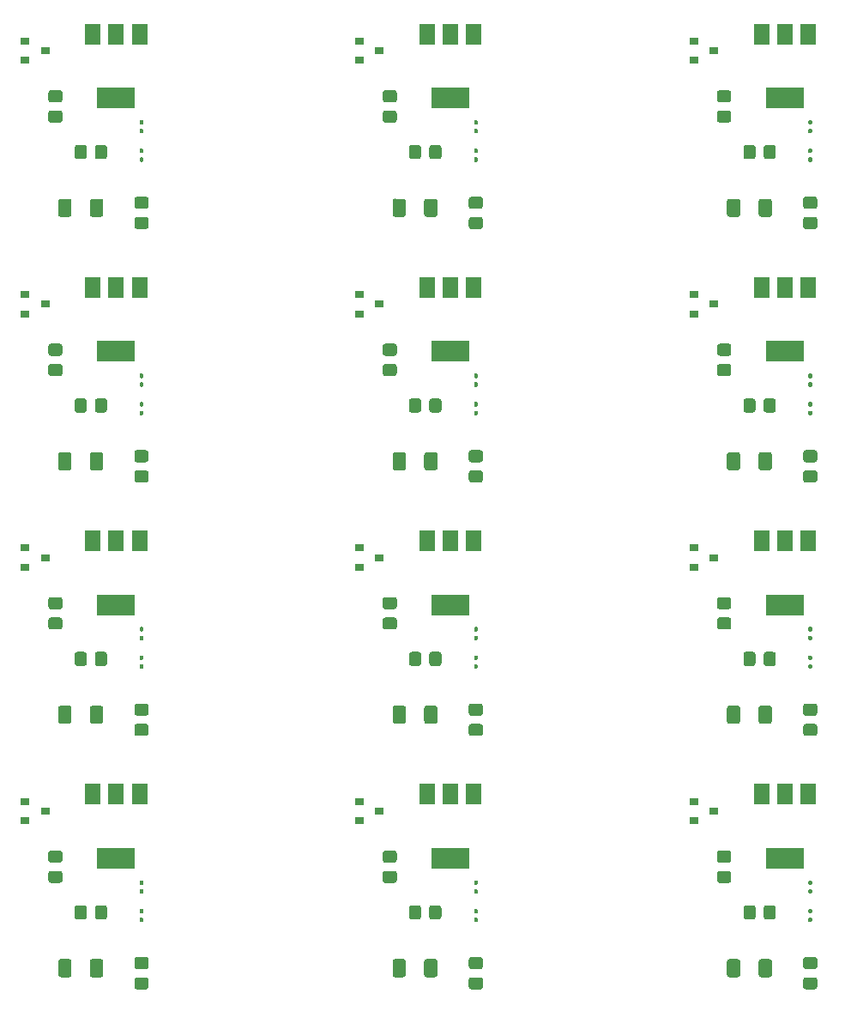
<source format=gbr>
%TF.GenerationSoftware,KiCad,Pcbnew,(5.1.9)-1*%
%TF.CreationDate,2021-08-15T14:18:07+02:00*%
%TF.ProjectId,IM350_AM550_5V_V3.0_multi,494d3335-305f-4414-9d35-35305f35565f,rev?*%
%TF.SameCoordinates,Original*%
%TF.FileFunction,Paste,Bot*%
%TF.FilePolarity,Positive*%
%FSLAX46Y46*%
G04 Gerber Fmt 4.6, Leading zero omitted, Abs format (unit mm)*
G04 Created by KiCad (PCBNEW (5.1.9)-1) date 2021-08-15 14:18:07*
%MOMM*%
%LPD*%
G01*
G04 APERTURE LIST*
%ADD10R,0.900000X0.800000*%
%ADD11R,1.500000X2.000000*%
%ADD12R,3.800000X2.000000*%
G04 APERTURE END LIST*
D10*
%TO.C,Q1*%
X66000000Y-125450000D03*
X66000000Y-123550000D03*
X68000000Y-124500000D03*
%TD*%
%TO.C,C1*%
G36*
G01*
X135275000Y-140650001D02*
X135275000Y-139349999D01*
G75*
G02*
X135524999Y-139100000I249999J0D01*
G01*
X136350001Y-139100000D01*
G75*
G02*
X136600000Y-139349999I0J-249999D01*
G01*
X136600000Y-140650001D01*
G75*
G02*
X136350001Y-140900000I-249999J0D01*
G01*
X135524999Y-140900000D01*
G75*
G02*
X135275000Y-140650001I0J249999D01*
G01*
G37*
G36*
G01*
X138400000Y-140650001D02*
X138400000Y-139349999D01*
G75*
G02*
X138649999Y-139100000I249999J0D01*
G01*
X139475001Y-139100000D01*
G75*
G02*
X139725000Y-139349999I0J-249999D01*
G01*
X139725000Y-140650001D01*
G75*
G02*
X139475001Y-140900000I-249999J0D01*
G01*
X138649999Y-140900000D01*
G75*
G02*
X138400000Y-140650001I0J249999D01*
G01*
G37*
%TD*%
%TO.C,R5*%
G36*
G01*
X77049999Y-138900000D02*
X77950001Y-138900000D01*
G75*
G02*
X78200000Y-139149999I0J-249999D01*
G01*
X78200000Y-139850001D01*
G75*
G02*
X77950001Y-140100000I-249999J0D01*
G01*
X77049999Y-140100000D01*
G75*
G02*
X76800000Y-139850001I0J249999D01*
G01*
X76800000Y-139149999D01*
G75*
G02*
X77049999Y-138900000I249999J0D01*
G01*
G37*
G36*
G01*
X77049999Y-140900000D02*
X77950001Y-140900000D01*
G75*
G02*
X78200000Y-141149999I0J-249999D01*
G01*
X78200000Y-141850001D01*
G75*
G02*
X77950001Y-142100000I-249999J0D01*
G01*
X77049999Y-142100000D01*
G75*
G02*
X76800000Y-141850001I0J249999D01*
G01*
X76800000Y-141149999D01*
G75*
G02*
X77049999Y-140900000I249999J0D01*
G01*
G37*
%TD*%
D11*
%TO.C,U1*%
X72700000Y-122850000D03*
X77300000Y-122850000D03*
X75000000Y-122850000D03*
D12*
X75000000Y-129150000D03*
%TD*%
%TO.C,R5*%
G36*
G01*
X110049999Y-140900000D02*
X110950001Y-140900000D01*
G75*
G02*
X111200000Y-141149999I0J-249999D01*
G01*
X111200000Y-141850001D01*
G75*
G02*
X110950001Y-142100000I-249999J0D01*
G01*
X110049999Y-142100000D01*
G75*
G02*
X109800000Y-141850001I0J249999D01*
G01*
X109800000Y-141149999D01*
G75*
G02*
X110049999Y-140900000I249999J0D01*
G01*
G37*
G36*
G01*
X110049999Y-138900000D02*
X110950001Y-138900000D01*
G75*
G02*
X111200000Y-139149999I0J-249999D01*
G01*
X111200000Y-139850001D01*
G75*
G02*
X110950001Y-140100000I-249999J0D01*
G01*
X110049999Y-140100000D01*
G75*
G02*
X109800000Y-139850001I0J249999D01*
G01*
X109800000Y-139149999D01*
G75*
G02*
X110049999Y-138900000I249999J0D01*
G01*
G37*
%TD*%
%TO.C,R6*%
G36*
G01*
X101549999Y-130400000D02*
X102450001Y-130400000D01*
G75*
G02*
X102700000Y-130649999I0J-249999D01*
G01*
X102700000Y-131350001D01*
G75*
G02*
X102450001Y-131600000I-249999J0D01*
G01*
X101549999Y-131600000D01*
G75*
G02*
X101300000Y-131350001I0J249999D01*
G01*
X101300000Y-130649999D01*
G75*
G02*
X101549999Y-130400000I249999J0D01*
G01*
G37*
G36*
G01*
X101549999Y-128400000D02*
X102450001Y-128400000D01*
G75*
G02*
X102700000Y-128649999I0J-249999D01*
G01*
X102700000Y-129350001D01*
G75*
G02*
X102450001Y-129600000I-249999J0D01*
G01*
X101549999Y-129600000D01*
G75*
G02*
X101300000Y-129350001I0J249999D01*
G01*
X101300000Y-128649999D01*
G75*
G02*
X101549999Y-128400000I249999J0D01*
G01*
G37*
%TD*%
%TO.C,R4*%
G36*
G01*
X105100000Y-134049999D02*
X105100000Y-134950001D01*
G75*
G02*
X104850001Y-135200000I-249999J0D01*
G01*
X104149999Y-135200000D01*
G75*
G02*
X103900000Y-134950001I0J249999D01*
G01*
X103900000Y-134049999D01*
G75*
G02*
X104149999Y-133800000I249999J0D01*
G01*
X104850001Y-133800000D01*
G75*
G02*
X105100000Y-134049999I0J-249999D01*
G01*
G37*
G36*
G01*
X107100000Y-134049999D02*
X107100000Y-134950001D01*
G75*
G02*
X106850001Y-135200000I-249999J0D01*
G01*
X106149999Y-135200000D01*
G75*
G02*
X105900000Y-134950001I0J249999D01*
G01*
X105900000Y-134049999D01*
G75*
G02*
X106149999Y-133800000I249999J0D01*
G01*
X106850001Y-133800000D01*
G75*
G02*
X107100000Y-134049999I0J-249999D01*
G01*
G37*
%TD*%
%TO.C,R4*%
G36*
G01*
X140100000Y-134049999D02*
X140100000Y-134950001D01*
G75*
G02*
X139850001Y-135200000I-249999J0D01*
G01*
X139149999Y-135200000D01*
G75*
G02*
X138900000Y-134950001I0J249999D01*
G01*
X138900000Y-134049999D01*
G75*
G02*
X139149999Y-133800000I249999J0D01*
G01*
X139850001Y-133800000D01*
G75*
G02*
X140100000Y-134049999I0J-249999D01*
G01*
G37*
G36*
G01*
X138100000Y-134049999D02*
X138100000Y-134950001D01*
G75*
G02*
X137850001Y-135200000I-249999J0D01*
G01*
X137149999Y-135200000D01*
G75*
G02*
X136900000Y-134950001I0J249999D01*
G01*
X136900000Y-134049999D01*
G75*
G02*
X137149999Y-133800000I249999J0D01*
G01*
X137850001Y-133800000D01*
G75*
G02*
X138100000Y-134049999I0J-249999D01*
G01*
G37*
%TD*%
%TO.C,P3*%
G36*
G01*
X110410000Y-132203500D02*
X110590000Y-132203500D01*
G75*
G02*
X110680000Y-132293500I0J-90000D01*
G01*
X110680000Y-132571500D01*
G75*
G02*
X110590000Y-132661500I-90000J0D01*
G01*
X110410000Y-132661500D01*
G75*
G02*
X110320000Y-132571500I0J90000D01*
G01*
X110320000Y-132293500D01*
G75*
G02*
X110410000Y-132203500I90000J0D01*
G01*
G37*
G36*
G01*
X110410000Y-131338500D02*
X110590000Y-131338500D01*
G75*
G02*
X110680000Y-131428500I0J-90000D01*
G01*
X110680000Y-131706500D01*
G75*
G02*
X110590000Y-131796500I-90000J0D01*
G01*
X110410000Y-131796500D01*
G75*
G02*
X110320000Y-131706500I0J90000D01*
G01*
X110320000Y-131428500D01*
G75*
G02*
X110410000Y-131338500I90000J0D01*
G01*
G37*
%TD*%
%TO.C,P4*%
G36*
G01*
X110410000Y-135013500D02*
X110590000Y-135013500D01*
G75*
G02*
X110680000Y-135103500I0J-90000D01*
G01*
X110680000Y-135381500D01*
G75*
G02*
X110590000Y-135471500I-90000J0D01*
G01*
X110410000Y-135471500D01*
G75*
G02*
X110320000Y-135381500I0J90000D01*
G01*
X110320000Y-135103500D01*
G75*
G02*
X110410000Y-135013500I90000J0D01*
G01*
G37*
G36*
G01*
X110410000Y-134148500D02*
X110590000Y-134148500D01*
G75*
G02*
X110680000Y-134238500I0J-90000D01*
G01*
X110680000Y-134516500D01*
G75*
G02*
X110590000Y-134606500I-90000J0D01*
G01*
X110410000Y-134606500D01*
G75*
G02*
X110320000Y-134516500I0J90000D01*
G01*
X110320000Y-134238500D01*
G75*
G02*
X110410000Y-134148500I90000J0D01*
G01*
G37*
%TD*%
%TO.C,P3*%
G36*
G01*
X77410000Y-131338500D02*
X77590000Y-131338500D01*
G75*
G02*
X77680000Y-131428500I0J-90000D01*
G01*
X77680000Y-131706500D01*
G75*
G02*
X77590000Y-131796500I-90000J0D01*
G01*
X77410000Y-131796500D01*
G75*
G02*
X77320000Y-131706500I0J90000D01*
G01*
X77320000Y-131428500D01*
G75*
G02*
X77410000Y-131338500I90000J0D01*
G01*
G37*
G36*
G01*
X77410000Y-132203500D02*
X77590000Y-132203500D01*
G75*
G02*
X77680000Y-132293500I0J-90000D01*
G01*
X77680000Y-132571500D01*
G75*
G02*
X77590000Y-132661500I-90000J0D01*
G01*
X77410000Y-132661500D01*
G75*
G02*
X77320000Y-132571500I0J90000D01*
G01*
X77320000Y-132293500D01*
G75*
G02*
X77410000Y-132203500I90000J0D01*
G01*
G37*
%TD*%
%TO.C,R6*%
G36*
G01*
X68549999Y-128400000D02*
X69450001Y-128400000D01*
G75*
G02*
X69700000Y-128649999I0J-249999D01*
G01*
X69700000Y-129350001D01*
G75*
G02*
X69450001Y-129600000I-249999J0D01*
G01*
X68549999Y-129600000D01*
G75*
G02*
X68300000Y-129350001I0J249999D01*
G01*
X68300000Y-128649999D01*
G75*
G02*
X68549999Y-128400000I249999J0D01*
G01*
G37*
G36*
G01*
X68549999Y-130400000D02*
X69450001Y-130400000D01*
G75*
G02*
X69700000Y-130649999I0J-249999D01*
G01*
X69700000Y-131350001D01*
G75*
G02*
X69450001Y-131600000I-249999J0D01*
G01*
X68549999Y-131600000D01*
G75*
G02*
X68300000Y-131350001I0J249999D01*
G01*
X68300000Y-130649999D01*
G75*
G02*
X68549999Y-130400000I249999J0D01*
G01*
G37*
%TD*%
%TO.C,P4*%
G36*
G01*
X77410000Y-134148500D02*
X77590000Y-134148500D01*
G75*
G02*
X77680000Y-134238500I0J-90000D01*
G01*
X77680000Y-134516500D01*
G75*
G02*
X77590000Y-134606500I-90000J0D01*
G01*
X77410000Y-134606500D01*
G75*
G02*
X77320000Y-134516500I0J90000D01*
G01*
X77320000Y-134238500D01*
G75*
G02*
X77410000Y-134148500I90000J0D01*
G01*
G37*
G36*
G01*
X77410000Y-135013500D02*
X77590000Y-135013500D01*
G75*
G02*
X77680000Y-135103500I0J-90000D01*
G01*
X77680000Y-135381500D01*
G75*
G02*
X77590000Y-135471500I-90000J0D01*
G01*
X77410000Y-135471500D01*
G75*
G02*
X77320000Y-135381500I0J90000D01*
G01*
X77320000Y-135103500D01*
G75*
G02*
X77410000Y-135013500I90000J0D01*
G01*
G37*
%TD*%
%TO.C,C1*%
G36*
G01*
X69275000Y-140650001D02*
X69275000Y-139349999D01*
G75*
G02*
X69524999Y-139100000I249999J0D01*
G01*
X70350001Y-139100000D01*
G75*
G02*
X70600000Y-139349999I0J-249999D01*
G01*
X70600000Y-140650001D01*
G75*
G02*
X70350001Y-140900000I-249999J0D01*
G01*
X69524999Y-140900000D01*
G75*
G02*
X69275000Y-140650001I0J249999D01*
G01*
G37*
G36*
G01*
X72400000Y-140650001D02*
X72400000Y-139349999D01*
G75*
G02*
X72649999Y-139100000I249999J0D01*
G01*
X73475001Y-139100000D01*
G75*
G02*
X73725000Y-139349999I0J-249999D01*
G01*
X73725000Y-140650001D01*
G75*
G02*
X73475001Y-140900000I-249999J0D01*
G01*
X72649999Y-140900000D01*
G75*
G02*
X72400000Y-140650001I0J249999D01*
G01*
G37*
%TD*%
%TO.C,R4*%
G36*
G01*
X74100000Y-134049999D02*
X74100000Y-134950001D01*
G75*
G02*
X73850001Y-135200000I-249999J0D01*
G01*
X73149999Y-135200000D01*
G75*
G02*
X72900000Y-134950001I0J249999D01*
G01*
X72900000Y-134049999D01*
G75*
G02*
X73149999Y-133800000I249999J0D01*
G01*
X73850001Y-133800000D01*
G75*
G02*
X74100000Y-134049999I0J-249999D01*
G01*
G37*
G36*
G01*
X72100000Y-134049999D02*
X72100000Y-134950001D01*
G75*
G02*
X71850001Y-135200000I-249999J0D01*
G01*
X71149999Y-135200000D01*
G75*
G02*
X70900000Y-134950001I0J249999D01*
G01*
X70900000Y-134049999D01*
G75*
G02*
X71149999Y-133800000I249999J0D01*
G01*
X71850001Y-133800000D01*
G75*
G02*
X72100000Y-134049999I0J-249999D01*
G01*
G37*
%TD*%
%TO.C,R5*%
G36*
G01*
X143049999Y-138900000D02*
X143950001Y-138900000D01*
G75*
G02*
X144200000Y-139149999I0J-249999D01*
G01*
X144200000Y-139850001D01*
G75*
G02*
X143950001Y-140100000I-249999J0D01*
G01*
X143049999Y-140100000D01*
G75*
G02*
X142800000Y-139850001I0J249999D01*
G01*
X142800000Y-139149999D01*
G75*
G02*
X143049999Y-138900000I249999J0D01*
G01*
G37*
G36*
G01*
X143049999Y-140900000D02*
X143950001Y-140900000D01*
G75*
G02*
X144200000Y-141149999I0J-249999D01*
G01*
X144200000Y-141850001D01*
G75*
G02*
X143950001Y-142100000I-249999J0D01*
G01*
X143049999Y-142100000D01*
G75*
G02*
X142800000Y-141850001I0J249999D01*
G01*
X142800000Y-141149999D01*
G75*
G02*
X143049999Y-140900000I249999J0D01*
G01*
G37*
%TD*%
D11*
%TO.C,U1*%
X138700000Y-122850000D03*
X143300000Y-122850000D03*
X141000000Y-122850000D03*
D12*
X141000000Y-129150000D03*
%TD*%
%TO.C,U1*%
X108000000Y-129150000D03*
D11*
X108000000Y-122850000D03*
X110300000Y-122850000D03*
X105700000Y-122850000D03*
%TD*%
%TO.C,P3*%
G36*
G01*
X143410000Y-131338500D02*
X143590000Y-131338500D01*
G75*
G02*
X143680000Y-131428500I0J-90000D01*
G01*
X143680000Y-131706500D01*
G75*
G02*
X143590000Y-131796500I-90000J0D01*
G01*
X143410000Y-131796500D01*
G75*
G02*
X143320000Y-131706500I0J90000D01*
G01*
X143320000Y-131428500D01*
G75*
G02*
X143410000Y-131338500I90000J0D01*
G01*
G37*
G36*
G01*
X143410000Y-132203500D02*
X143590000Y-132203500D01*
G75*
G02*
X143680000Y-132293500I0J-90000D01*
G01*
X143680000Y-132571500D01*
G75*
G02*
X143590000Y-132661500I-90000J0D01*
G01*
X143410000Y-132661500D01*
G75*
G02*
X143320000Y-132571500I0J90000D01*
G01*
X143320000Y-132293500D01*
G75*
G02*
X143410000Y-132203500I90000J0D01*
G01*
G37*
%TD*%
%TO.C,C1*%
G36*
G01*
X105400000Y-140650001D02*
X105400000Y-139349999D01*
G75*
G02*
X105649999Y-139100000I249999J0D01*
G01*
X106475001Y-139100000D01*
G75*
G02*
X106725000Y-139349999I0J-249999D01*
G01*
X106725000Y-140650001D01*
G75*
G02*
X106475001Y-140900000I-249999J0D01*
G01*
X105649999Y-140900000D01*
G75*
G02*
X105400000Y-140650001I0J249999D01*
G01*
G37*
G36*
G01*
X102275000Y-140650001D02*
X102275000Y-139349999D01*
G75*
G02*
X102524999Y-139100000I249999J0D01*
G01*
X103350001Y-139100000D01*
G75*
G02*
X103600000Y-139349999I0J-249999D01*
G01*
X103600000Y-140650001D01*
G75*
G02*
X103350001Y-140900000I-249999J0D01*
G01*
X102524999Y-140900000D01*
G75*
G02*
X102275000Y-140650001I0J249999D01*
G01*
G37*
%TD*%
D10*
%TO.C,Q1*%
X101000000Y-124500000D03*
X99000000Y-123550000D03*
X99000000Y-125450000D03*
%TD*%
%TO.C,Q1*%
X132000000Y-125450000D03*
X132000000Y-123550000D03*
X134000000Y-124500000D03*
%TD*%
%TO.C,P4*%
G36*
G01*
X143410000Y-134148500D02*
X143590000Y-134148500D01*
G75*
G02*
X143680000Y-134238500I0J-90000D01*
G01*
X143680000Y-134516500D01*
G75*
G02*
X143590000Y-134606500I-90000J0D01*
G01*
X143410000Y-134606500D01*
G75*
G02*
X143320000Y-134516500I0J90000D01*
G01*
X143320000Y-134238500D01*
G75*
G02*
X143410000Y-134148500I90000J0D01*
G01*
G37*
G36*
G01*
X143410000Y-135013500D02*
X143590000Y-135013500D01*
G75*
G02*
X143680000Y-135103500I0J-90000D01*
G01*
X143680000Y-135381500D01*
G75*
G02*
X143590000Y-135471500I-90000J0D01*
G01*
X143410000Y-135471500D01*
G75*
G02*
X143320000Y-135381500I0J90000D01*
G01*
X143320000Y-135103500D01*
G75*
G02*
X143410000Y-135013500I90000J0D01*
G01*
G37*
%TD*%
%TO.C,R6*%
G36*
G01*
X134549999Y-128400000D02*
X135450001Y-128400000D01*
G75*
G02*
X135700000Y-128649999I0J-249999D01*
G01*
X135700000Y-129350001D01*
G75*
G02*
X135450001Y-129600000I-249999J0D01*
G01*
X134549999Y-129600000D01*
G75*
G02*
X134300000Y-129350001I0J249999D01*
G01*
X134300000Y-128649999D01*
G75*
G02*
X134549999Y-128400000I249999J0D01*
G01*
G37*
G36*
G01*
X134549999Y-130400000D02*
X135450001Y-130400000D01*
G75*
G02*
X135700000Y-130649999I0J-249999D01*
G01*
X135700000Y-131350001D01*
G75*
G02*
X135450001Y-131600000I-249999J0D01*
G01*
X134549999Y-131600000D01*
G75*
G02*
X134300000Y-131350001I0J249999D01*
G01*
X134300000Y-130649999D01*
G75*
G02*
X134549999Y-130400000I249999J0D01*
G01*
G37*
%TD*%
%TO.C,R5*%
G36*
G01*
X77049999Y-115900000D02*
X77950001Y-115900000D01*
G75*
G02*
X78200000Y-116149999I0J-249999D01*
G01*
X78200000Y-116850001D01*
G75*
G02*
X77950001Y-117100000I-249999J0D01*
G01*
X77049999Y-117100000D01*
G75*
G02*
X76800000Y-116850001I0J249999D01*
G01*
X76800000Y-116149999D01*
G75*
G02*
X77049999Y-115900000I249999J0D01*
G01*
G37*
G36*
G01*
X77049999Y-113900000D02*
X77950001Y-113900000D01*
G75*
G02*
X78200000Y-114149999I0J-249999D01*
G01*
X78200000Y-114850001D01*
G75*
G02*
X77950001Y-115100000I-249999J0D01*
G01*
X77049999Y-115100000D01*
G75*
G02*
X76800000Y-114850001I0J249999D01*
G01*
X76800000Y-114149999D01*
G75*
G02*
X77049999Y-113900000I249999J0D01*
G01*
G37*
%TD*%
%TO.C,Q1*%
X68000000Y-99500000D03*
X66000000Y-98550000D03*
X66000000Y-100450000D03*
%TD*%
D12*
%TO.C,U1*%
X75000000Y-104150000D03*
D11*
X75000000Y-97850000D03*
X77300000Y-97850000D03*
X72700000Y-97850000D03*
%TD*%
%TO.C,C1*%
G36*
G01*
X138400000Y-115650001D02*
X138400000Y-114349999D01*
G75*
G02*
X138649999Y-114100000I249999J0D01*
G01*
X139475001Y-114100000D01*
G75*
G02*
X139725000Y-114349999I0J-249999D01*
G01*
X139725000Y-115650001D01*
G75*
G02*
X139475001Y-115900000I-249999J0D01*
G01*
X138649999Y-115900000D01*
G75*
G02*
X138400000Y-115650001I0J249999D01*
G01*
G37*
G36*
G01*
X135275000Y-115650001D02*
X135275000Y-114349999D01*
G75*
G02*
X135524999Y-114100000I249999J0D01*
G01*
X136350001Y-114100000D01*
G75*
G02*
X136600000Y-114349999I0J-249999D01*
G01*
X136600000Y-115650001D01*
G75*
G02*
X136350001Y-115900000I-249999J0D01*
G01*
X135524999Y-115900000D01*
G75*
G02*
X135275000Y-115650001I0J249999D01*
G01*
G37*
%TD*%
%TO.C,P4*%
G36*
G01*
X77410000Y-110013500D02*
X77590000Y-110013500D01*
G75*
G02*
X77680000Y-110103500I0J-90000D01*
G01*
X77680000Y-110381500D01*
G75*
G02*
X77590000Y-110471500I-90000J0D01*
G01*
X77410000Y-110471500D01*
G75*
G02*
X77320000Y-110381500I0J90000D01*
G01*
X77320000Y-110103500D01*
G75*
G02*
X77410000Y-110013500I90000J0D01*
G01*
G37*
G36*
G01*
X77410000Y-109148500D02*
X77590000Y-109148500D01*
G75*
G02*
X77680000Y-109238500I0J-90000D01*
G01*
X77680000Y-109516500D01*
G75*
G02*
X77590000Y-109606500I-90000J0D01*
G01*
X77410000Y-109606500D01*
G75*
G02*
X77320000Y-109516500I0J90000D01*
G01*
X77320000Y-109238500D01*
G75*
G02*
X77410000Y-109148500I90000J0D01*
G01*
G37*
%TD*%
%TO.C,C1*%
G36*
G01*
X72400000Y-115650001D02*
X72400000Y-114349999D01*
G75*
G02*
X72649999Y-114100000I249999J0D01*
G01*
X73475001Y-114100000D01*
G75*
G02*
X73725000Y-114349999I0J-249999D01*
G01*
X73725000Y-115650001D01*
G75*
G02*
X73475001Y-115900000I-249999J0D01*
G01*
X72649999Y-115900000D01*
G75*
G02*
X72400000Y-115650001I0J249999D01*
G01*
G37*
G36*
G01*
X69275000Y-115650001D02*
X69275000Y-114349999D01*
G75*
G02*
X69524999Y-114100000I249999J0D01*
G01*
X70350001Y-114100000D01*
G75*
G02*
X70600000Y-114349999I0J-249999D01*
G01*
X70600000Y-115650001D01*
G75*
G02*
X70350001Y-115900000I-249999J0D01*
G01*
X69524999Y-115900000D01*
G75*
G02*
X69275000Y-115650001I0J249999D01*
G01*
G37*
%TD*%
%TO.C,R4*%
G36*
G01*
X72100000Y-109049999D02*
X72100000Y-109950001D01*
G75*
G02*
X71850001Y-110200000I-249999J0D01*
G01*
X71149999Y-110200000D01*
G75*
G02*
X70900000Y-109950001I0J249999D01*
G01*
X70900000Y-109049999D01*
G75*
G02*
X71149999Y-108800000I249999J0D01*
G01*
X71850001Y-108800000D01*
G75*
G02*
X72100000Y-109049999I0J-249999D01*
G01*
G37*
G36*
G01*
X74100000Y-109049999D02*
X74100000Y-109950001D01*
G75*
G02*
X73850001Y-110200000I-249999J0D01*
G01*
X73149999Y-110200000D01*
G75*
G02*
X72900000Y-109950001I0J249999D01*
G01*
X72900000Y-109049999D01*
G75*
G02*
X73149999Y-108800000I249999J0D01*
G01*
X73850001Y-108800000D01*
G75*
G02*
X74100000Y-109049999I0J-249999D01*
G01*
G37*
%TD*%
%TO.C,R5*%
G36*
G01*
X143049999Y-115900000D02*
X143950001Y-115900000D01*
G75*
G02*
X144200000Y-116149999I0J-249999D01*
G01*
X144200000Y-116850001D01*
G75*
G02*
X143950001Y-117100000I-249999J0D01*
G01*
X143049999Y-117100000D01*
G75*
G02*
X142800000Y-116850001I0J249999D01*
G01*
X142800000Y-116149999D01*
G75*
G02*
X143049999Y-115900000I249999J0D01*
G01*
G37*
G36*
G01*
X143049999Y-113900000D02*
X143950001Y-113900000D01*
G75*
G02*
X144200000Y-114149999I0J-249999D01*
G01*
X144200000Y-114850001D01*
G75*
G02*
X143950001Y-115100000I-249999J0D01*
G01*
X143049999Y-115100000D01*
G75*
G02*
X142800000Y-114850001I0J249999D01*
G01*
X142800000Y-114149999D01*
G75*
G02*
X143049999Y-113900000I249999J0D01*
G01*
G37*
%TD*%
D12*
%TO.C,U1*%
X141000000Y-104150000D03*
D11*
X141000000Y-97850000D03*
X143300000Y-97850000D03*
X138700000Y-97850000D03*
%TD*%
%TO.C,R4*%
G36*
G01*
X138100000Y-109049999D02*
X138100000Y-109950001D01*
G75*
G02*
X137850001Y-110200000I-249999J0D01*
G01*
X137149999Y-110200000D01*
G75*
G02*
X136900000Y-109950001I0J249999D01*
G01*
X136900000Y-109049999D01*
G75*
G02*
X137149999Y-108800000I249999J0D01*
G01*
X137850001Y-108800000D01*
G75*
G02*
X138100000Y-109049999I0J-249999D01*
G01*
G37*
G36*
G01*
X140100000Y-109049999D02*
X140100000Y-109950001D01*
G75*
G02*
X139850001Y-110200000I-249999J0D01*
G01*
X139149999Y-110200000D01*
G75*
G02*
X138900000Y-109950001I0J249999D01*
G01*
X138900000Y-109049999D01*
G75*
G02*
X139149999Y-108800000I249999J0D01*
G01*
X139850001Y-108800000D01*
G75*
G02*
X140100000Y-109049999I0J-249999D01*
G01*
G37*
%TD*%
%TO.C,R5*%
G36*
G01*
X110049999Y-113900000D02*
X110950001Y-113900000D01*
G75*
G02*
X111200000Y-114149999I0J-249999D01*
G01*
X111200000Y-114850001D01*
G75*
G02*
X110950001Y-115100000I-249999J0D01*
G01*
X110049999Y-115100000D01*
G75*
G02*
X109800000Y-114850001I0J249999D01*
G01*
X109800000Y-114149999D01*
G75*
G02*
X110049999Y-113900000I249999J0D01*
G01*
G37*
G36*
G01*
X110049999Y-115900000D02*
X110950001Y-115900000D01*
G75*
G02*
X111200000Y-116149999I0J-249999D01*
G01*
X111200000Y-116850001D01*
G75*
G02*
X110950001Y-117100000I-249999J0D01*
G01*
X110049999Y-117100000D01*
G75*
G02*
X109800000Y-116850001I0J249999D01*
G01*
X109800000Y-116149999D01*
G75*
G02*
X110049999Y-115900000I249999J0D01*
G01*
G37*
%TD*%
%TO.C,P3*%
G36*
G01*
X110410000Y-106338500D02*
X110590000Y-106338500D01*
G75*
G02*
X110680000Y-106428500I0J-90000D01*
G01*
X110680000Y-106706500D01*
G75*
G02*
X110590000Y-106796500I-90000J0D01*
G01*
X110410000Y-106796500D01*
G75*
G02*
X110320000Y-106706500I0J90000D01*
G01*
X110320000Y-106428500D01*
G75*
G02*
X110410000Y-106338500I90000J0D01*
G01*
G37*
G36*
G01*
X110410000Y-107203500D02*
X110590000Y-107203500D01*
G75*
G02*
X110680000Y-107293500I0J-90000D01*
G01*
X110680000Y-107571500D01*
G75*
G02*
X110590000Y-107661500I-90000J0D01*
G01*
X110410000Y-107661500D01*
G75*
G02*
X110320000Y-107571500I0J90000D01*
G01*
X110320000Y-107293500D01*
G75*
G02*
X110410000Y-107203500I90000J0D01*
G01*
G37*
%TD*%
%TO.C,R4*%
G36*
G01*
X107100000Y-109049999D02*
X107100000Y-109950001D01*
G75*
G02*
X106850001Y-110200000I-249999J0D01*
G01*
X106149999Y-110200000D01*
G75*
G02*
X105900000Y-109950001I0J249999D01*
G01*
X105900000Y-109049999D01*
G75*
G02*
X106149999Y-108800000I249999J0D01*
G01*
X106850001Y-108800000D01*
G75*
G02*
X107100000Y-109049999I0J-249999D01*
G01*
G37*
G36*
G01*
X105100000Y-109049999D02*
X105100000Y-109950001D01*
G75*
G02*
X104850001Y-110200000I-249999J0D01*
G01*
X104149999Y-110200000D01*
G75*
G02*
X103900000Y-109950001I0J249999D01*
G01*
X103900000Y-109049999D01*
G75*
G02*
X104149999Y-108800000I249999J0D01*
G01*
X104850001Y-108800000D01*
G75*
G02*
X105100000Y-109049999I0J-249999D01*
G01*
G37*
%TD*%
%TO.C,P4*%
G36*
G01*
X110410000Y-109148500D02*
X110590000Y-109148500D01*
G75*
G02*
X110680000Y-109238500I0J-90000D01*
G01*
X110680000Y-109516500D01*
G75*
G02*
X110590000Y-109606500I-90000J0D01*
G01*
X110410000Y-109606500D01*
G75*
G02*
X110320000Y-109516500I0J90000D01*
G01*
X110320000Y-109238500D01*
G75*
G02*
X110410000Y-109148500I90000J0D01*
G01*
G37*
G36*
G01*
X110410000Y-110013500D02*
X110590000Y-110013500D01*
G75*
G02*
X110680000Y-110103500I0J-90000D01*
G01*
X110680000Y-110381500D01*
G75*
G02*
X110590000Y-110471500I-90000J0D01*
G01*
X110410000Y-110471500D01*
G75*
G02*
X110320000Y-110381500I0J90000D01*
G01*
X110320000Y-110103500D01*
G75*
G02*
X110410000Y-110013500I90000J0D01*
G01*
G37*
%TD*%
%TO.C,R6*%
G36*
G01*
X101549999Y-103400000D02*
X102450001Y-103400000D01*
G75*
G02*
X102700000Y-103649999I0J-249999D01*
G01*
X102700000Y-104350001D01*
G75*
G02*
X102450001Y-104600000I-249999J0D01*
G01*
X101549999Y-104600000D01*
G75*
G02*
X101300000Y-104350001I0J249999D01*
G01*
X101300000Y-103649999D01*
G75*
G02*
X101549999Y-103400000I249999J0D01*
G01*
G37*
G36*
G01*
X101549999Y-105400000D02*
X102450001Y-105400000D01*
G75*
G02*
X102700000Y-105649999I0J-249999D01*
G01*
X102700000Y-106350001D01*
G75*
G02*
X102450001Y-106600000I-249999J0D01*
G01*
X101549999Y-106600000D01*
G75*
G02*
X101300000Y-106350001I0J249999D01*
G01*
X101300000Y-105649999D01*
G75*
G02*
X101549999Y-105400000I249999J0D01*
G01*
G37*
%TD*%
%TO.C,P3*%
G36*
G01*
X77410000Y-107203500D02*
X77590000Y-107203500D01*
G75*
G02*
X77680000Y-107293500I0J-90000D01*
G01*
X77680000Y-107571500D01*
G75*
G02*
X77590000Y-107661500I-90000J0D01*
G01*
X77410000Y-107661500D01*
G75*
G02*
X77320000Y-107571500I0J90000D01*
G01*
X77320000Y-107293500D01*
G75*
G02*
X77410000Y-107203500I90000J0D01*
G01*
G37*
G36*
G01*
X77410000Y-106338500D02*
X77590000Y-106338500D01*
G75*
G02*
X77680000Y-106428500I0J-90000D01*
G01*
X77680000Y-106706500D01*
G75*
G02*
X77590000Y-106796500I-90000J0D01*
G01*
X77410000Y-106796500D01*
G75*
G02*
X77320000Y-106706500I0J90000D01*
G01*
X77320000Y-106428500D01*
G75*
G02*
X77410000Y-106338500I90000J0D01*
G01*
G37*
%TD*%
%TO.C,R6*%
G36*
G01*
X68549999Y-105400000D02*
X69450001Y-105400000D01*
G75*
G02*
X69700000Y-105649999I0J-249999D01*
G01*
X69700000Y-106350001D01*
G75*
G02*
X69450001Y-106600000I-249999J0D01*
G01*
X68549999Y-106600000D01*
G75*
G02*
X68300000Y-106350001I0J249999D01*
G01*
X68300000Y-105649999D01*
G75*
G02*
X68549999Y-105400000I249999J0D01*
G01*
G37*
G36*
G01*
X68549999Y-103400000D02*
X69450001Y-103400000D01*
G75*
G02*
X69700000Y-103649999I0J-249999D01*
G01*
X69700000Y-104350001D01*
G75*
G02*
X69450001Y-104600000I-249999J0D01*
G01*
X68549999Y-104600000D01*
G75*
G02*
X68300000Y-104350001I0J249999D01*
G01*
X68300000Y-103649999D01*
G75*
G02*
X68549999Y-103400000I249999J0D01*
G01*
G37*
%TD*%
%TO.C,U1*%
X105700000Y-97850000D03*
X110300000Y-97850000D03*
X108000000Y-97850000D03*
D12*
X108000000Y-104150000D03*
%TD*%
%TO.C,P3*%
G36*
G01*
X143410000Y-107203500D02*
X143590000Y-107203500D01*
G75*
G02*
X143680000Y-107293500I0J-90000D01*
G01*
X143680000Y-107571500D01*
G75*
G02*
X143590000Y-107661500I-90000J0D01*
G01*
X143410000Y-107661500D01*
G75*
G02*
X143320000Y-107571500I0J90000D01*
G01*
X143320000Y-107293500D01*
G75*
G02*
X143410000Y-107203500I90000J0D01*
G01*
G37*
G36*
G01*
X143410000Y-106338500D02*
X143590000Y-106338500D01*
G75*
G02*
X143680000Y-106428500I0J-90000D01*
G01*
X143680000Y-106706500D01*
G75*
G02*
X143590000Y-106796500I-90000J0D01*
G01*
X143410000Y-106796500D01*
G75*
G02*
X143320000Y-106706500I0J90000D01*
G01*
X143320000Y-106428500D01*
G75*
G02*
X143410000Y-106338500I90000J0D01*
G01*
G37*
%TD*%
D10*
%TO.C,Q1*%
X99000000Y-100450000D03*
X99000000Y-98550000D03*
X101000000Y-99500000D03*
%TD*%
%TO.C,Q1*%
X134000000Y-99500000D03*
X132000000Y-98550000D03*
X132000000Y-100450000D03*
%TD*%
%TO.C,C1*%
G36*
G01*
X102275000Y-115650001D02*
X102275000Y-114349999D01*
G75*
G02*
X102524999Y-114100000I249999J0D01*
G01*
X103350001Y-114100000D01*
G75*
G02*
X103600000Y-114349999I0J-249999D01*
G01*
X103600000Y-115650001D01*
G75*
G02*
X103350001Y-115900000I-249999J0D01*
G01*
X102524999Y-115900000D01*
G75*
G02*
X102275000Y-115650001I0J249999D01*
G01*
G37*
G36*
G01*
X105400000Y-115650001D02*
X105400000Y-114349999D01*
G75*
G02*
X105649999Y-114100000I249999J0D01*
G01*
X106475001Y-114100000D01*
G75*
G02*
X106725000Y-114349999I0J-249999D01*
G01*
X106725000Y-115650001D01*
G75*
G02*
X106475001Y-115900000I-249999J0D01*
G01*
X105649999Y-115900000D01*
G75*
G02*
X105400000Y-115650001I0J249999D01*
G01*
G37*
%TD*%
%TO.C,P4*%
G36*
G01*
X143410000Y-110013500D02*
X143590000Y-110013500D01*
G75*
G02*
X143680000Y-110103500I0J-90000D01*
G01*
X143680000Y-110381500D01*
G75*
G02*
X143590000Y-110471500I-90000J0D01*
G01*
X143410000Y-110471500D01*
G75*
G02*
X143320000Y-110381500I0J90000D01*
G01*
X143320000Y-110103500D01*
G75*
G02*
X143410000Y-110013500I90000J0D01*
G01*
G37*
G36*
G01*
X143410000Y-109148500D02*
X143590000Y-109148500D01*
G75*
G02*
X143680000Y-109238500I0J-90000D01*
G01*
X143680000Y-109516500D01*
G75*
G02*
X143590000Y-109606500I-90000J0D01*
G01*
X143410000Y-109606500D01*
G75*
G02*
X143320000Y-109516500I0J90000D01*
G01*
X143320000Y-109238500D01*
G75*
G02*
X143410000Y-109148500I90000J0D01*
G01*
G37*
%TD*%
%TO.C,R6*%
G36*
G01*
X134549999Y-105400000D02*
X135450001Y-105400000D01*
G75*
G02*
X135700000Y-105649999I0J-249999D01*
G01*
X135700000Y-106350001D01*
G75*
G02*
X135450001Y-106600000I-249999J0D01*
G01*
X134549999Y-106600000D01*
G75*
G02*
X134300000Y-106350001I0J249999D01*
G01*
X134300000Y-105649999D01*
G75*
G02*
X134549999Y-105400000I249999J0D01*
G01*
G37*
G36*
G01*
X134549999Y-103400000D02*
X135450001Y-103400000D01*
G75*
G02*
X135700000Y-103649999I0J-249999D01*
G01*
X135700000Y-104350001D01*
G75*
G02*
X135450001Y-104600000I-249999J0D01*
G01*
X134549999Y-104600000D01*
G75*
G02*
X134300000Y-104350001I0J249999D01*
G01*
X134300000Y-103649999D01*
G75*
G02*
X134549999Y-103400000I249999J0D01*
G01*
G37*
%TD*%
%TO.C,C1*%
G36*
G01*
X105400000Y-90650001D02*
X105400000Y-89349999D01*
G75*
G02*
X105649999Y-89100000I249999J0D01*
G01*
X106475001Y-89100000D01*
G75*
G02*
X106725000Y-89349999I0J-249999D01*
G01*
X106725000Y-90650001D01*
G75*
G02*
X106475001Y-90900000I-249999J0D01*
G01*
X105649999Y-90900000D01*
G75*
G02*
X105400000Y-90650001I0J249999D01*
G01*
G37*
G36*
G01*
X102275000Y-90650001D02*
X102275000Y-89349999D01*
G75*
G02*
X102524999Y-89100000I249999J0D01*
G01*
X103350001Y-89100000D01*
G75*
G02*
X103600000Y-89349999I0J-249999D01*
G01*
X103600000Y-90650001D01*
G75*
G02*
X103350001Y-90900000I-249999J0D01*
G01*
X102524999Y-90900000D01*
G75*
G02*
X102275000Y-90650001I0J249999D01*
G01*
G37*
%TD*%
%TO.C,Q1*%
X101000000Y-74500000D03*
X99000000Y-73550000D03*
X99000000Y-75450000D03*
%TD*%
%TO.C,P4*%
G36*
G01*
X143410000Y-84148500D02*
X143590000Y-84148500D01*
G75*
G02*
X143680000Y-84238500I0J-90000D01*
G01*
X143680000Y-84516500D01*
G75*
G02*
X143590000Y-84606500I-90000J0D01*
G01*
X143410000Y-84606500D01*
G75*
G02*
X143320000Y-84516500I0J90000D01*
G01*
X143320000Y-84238500D01*
G75*
G02*
X143410000Y-84148500I90000J0D01*
G01*
G37*
G36*
G01*
X143410000Y-85013500D02*
X143590000Y-85013500D01*
G75*
G02*
X143680000Y-85103500I0J-90000D01*
G01*
X143680000Y-85381500D01*
G75*
G02*
X143590000Y-85471500I-90000J0D01*
G01*
X143410000Y-85471500D01*
G75*
G02*
X143320000Y-85381500I0J90000D01*
G01*
X143320000Y-85103500D01*
G75*
G02*
X143410000Y-85013500I90000J0D01*
G01*
G37*
%TD*%
%TO.C,R6*%
G36*
G01*
X134549999Y-78400000D02*
X135450001Y-78400000D01*
G75*
G02*
X135700000Y-78649999I0J-249999D01*
G01*
X135700000Y-79350001D01*
G75*
G02*
X135450001Y-79600000I-249999J0D01*
G01*
X134549999Y-79600000D01*
G75*
G02*
X134300000Y-79350001I0J249999D01*
G01*
X134300000Y-78649999D01*
G75*
G02*
X134549999Y-78400000I249999J0D01*
G01*
G37*
G36*
G01*
X134549999Y-80400000D02*
X135450001Y-80400000D01*
G75*
G02*
X135700000Y-80649999I0J-249999D01*
G01*
X135700000Y-81350001D01*
G75*
G02*
X135450001Y-81600000I-249999J0D01*
G01*
X134549999Y-81600000D01*
G75*
G02*
X134300000Y-81350001I0J249999D01*
G01*
X134300000Y-80649999D01*
G75*
G02*
X134549999Y-80400000I249999J0D01*
G01*
G37*
%TD*%
%TO.C,P3*%
G36*
G01*
X143410000Y-81338500D02*
X143590000Y-81338500D01*
G75*
G02*
X143680000Y-81428500I0J-90000D01*
G01*
X143680000Y-81706500D01*
G75*
G02*
X143590000Y-81796500I-90000J0D01*
G01*
X143410000Y-81796500D01*
G75*
G02*
X143320000Y-81706500I0J90000D01*
G01*
X143320000Y-81428500D01*
G75*
G02*
X143410000Y-81338500I90000J0D01*
G01*
G37*
G36*
G01*
X143410000Y-82203500D02*
X143590000Y-82203500D01*
G75*
G02*
X143680000Y-82293500I0J-90000D01*
G01*
X143680000Y-82571500D01*
G75*
G02*
X143590000Y-82661500I-90000J0D01*
G01*
X143410000Y-82661500D01*
G75*
G02*
X143320000Y-82571500I0J90000D01*
G01*
X143320000Y-82293500D01*
G75*
G02*
X143410000Y-82203500I90000J0D01*
G01*
G37*
%TD*%
%TO.C,Q1*%
X132000000Y-75450000D03*
X132000000Y-73550000D03*
X134000000Y-74500000D03*
%TD*%
%TO.C,C1*%
G36*
G01*
X135275000Y-90650001D02*
X135275000Y-89349999D01*
G75*
G02*
X135524999Y-89100000I249999J0D01*
G01*
X136350001Y-89100000D01*
G75*
G02*
X136600000Y-89349999I0J-249999D01*
G01*
X136600000Y-90650001D01*
G75*
G02*
X136350001Y-90900000I-249999J0D01*
G01*
X135524999Y-90900000D01*
G75*
G02*
X135275000Y-90650001I0J249999D01*
G01*
G37*
G36*
G01*
X138400000Y-90650001D02*
X138400000Y-89349999D01*
G75*
G02*
X138649999Y-89100000I249999J0D01*
G01*
X139475001Y-89100000D01*
G75*
G02*
X139725000Y-89349999I0J-249999D01*
G01*
X139725000Y-90650001D01*
G75*
G02*
X139475001Y-90900000I-249999J0D01*
G01*
X138649999Y-90900000D01*
G75*
G02*
X138400000Y-90650001I0J249999D01*
G01*
G37*
%TD*%
%TO.C,R5*%
G36*
G01*
X143049999Y-88900000D02*
X143950001Y-88900000D01*
G75*
G02*
X144200000Y-89149999I0J-249999D01*
G01*
X144200000Y-89850001D01*
G75*
G02*
X143950001Y-90100000I-249999J0D01*
G01*
X143049999Y-90100000D01*
G75*
G02*
X142800000Y-89850001I0J249999D01*
G01*
X142800000Y-89149999D01*
G75*
G02*
X143049999Y-88900000I249999J0D01*
G01*
G37*
G36*
G01*
X143049999Y-90900000D02*
X143950001Y-90900000D01*
G75*
G02*
X144200000Y-91149999I0J-249999D01*
G01*
X144200000Y-91850001D01*
G75*
G02*
X143950001Y-92100000I-249999J0D01*
G01*
X143049999Y-92100000D01*
G75*
G02*
X142800000Y-91850001I0J249999D01*
G01*
X142800000Y-91149999D01*
G75*
G02*
X143049999Y-90900000I249999J0D01*
G01*
G37*
%TD*%
D11*
%TO.C,U1*%
X138700000Y-72850000D03*
X143300000Y-72850000D03*
X141000000Y-72850000D03*
D12*
X141000000Y-79150000D03*
%TD*%
%TO.C,R4*%
G36*
G01*
X140100000Y-84049999D02*
X140100000Y-84950001D01*
G75*
G02*
X139850001Y-85200000I-249999J0D01*
G01*
X139149999Y-85200000D01*
G75*
G02*
X138900000Y-84950001I0J249999D01*
G01*
X138900000Y-84049999D01*
G75*
G02*
X139149999Y-83800000I249999J0D01*
G01*
X139850001Y-83800000D01*
G75*
G02*
X140100000Y-84049999I0J-249999D01*
G01*
G37*
G36*
G01*
X138100000Y-84049999D02*
X138100000Y-84950001D01*
G75*
G02*
X137850001Y-85200000I-249999J0D01*
G01*
X137149999Y-85200000D01*
G75*
G02*
X136900000Y-84950001I0J249999D01*
G01*
X136900000Y-84049999D01*
G75*
G02*
X137149999Y-83800000I249999J0D01*
G01*
X137850001Y-83800000D01*
G75*
G02*
X138100000Y-84049999I0J-249999D01*
G01*
G37*
%TD*%
D10*
%TO.C,Q1*%
X66000000Y-75450000D03*
X66000000Y-73550000D03*
X68000000Y-74500000D03*
%TD*%
%TO.C,C1*%
G36*
G01*
X69275000Y-90650001D02*
X69275000Y-89349999D01*
G75*
G02*
X69524999Y-89100000I249999J0D01*
G01*
X70350001Y-89100000D01*
G75*
G02*
X70600000Y-89349999I0J-249999D01*
G01*
X70600000Y-90650001D01*
G75*
G02*
X70350001Y-90900000I-249999J0D01*
G01*
X69524999Y-90900000D01*
G75*
G02*
X69275000Y-90650001I0J249999D01*
G01*
G37*
G36*
G01*
X72400000Y-90650001D02*
X72400000Y-89349999D01*
G75*
G02*
X72649999Y-89100000I249999J0D01*
G01*
X73475001Y-89100000D01*
G75*
G02*
X73725000Y-89349999I0J-249999D01*
G01*
X73725000Y-90650001D01*
G75*
G02*
X73475001Y-90900000I-249999J0D01*
G01*
X72649999Y-90900000D01*
G75*
G02*
X72400000Y-90650001I0J249999D01*
G01*
G37*
%TD*%
D11*
%TO.C,U1*%
X72700000Y-72850000D03*
X77300000Y-72850000D03*
X75000000Y-72850000D03*
D12*
X75000000Y-79150000D03*
%TD*%
%TO.C,R4*%
G36*
G01*
X74100000Y-84049999D02*
X74100000Y-84950001D01*
G75*
G02*
X73850001Y-85200000I-249999J0D01*
G01*
X73149999Y-85200000D01*
G75*
G02*
X72900000Y-84950001I0J249999D01*
G01*
X72900000Y-84049999D01*
G75*
G02*
X73149999Y-83800000I249999J0D01*
G01*
X73850001Y-83800000D01*
G75*
G02*
X74100000Y-84049999I0J-249999D01*
G01*
G37*
G36*
G01*
X72100000Y-84049999D02*
X72100000Y-84950001D01*
G75*
G02*
X71850001Y-85200000I-249999J0D01*
G01*
X71149999Y-85200000D01*
G75*
G02*
X70900000Y-84950001I0J249999D01*
G01*
X70900000Y-84049999D01*
G75*
G02*
X71149999Y-83800000I249999J0D01*
G01*
X71850001Y-83800000D01*
G75*
G02*
X72100000Y-84049999I0J-249999D01*
G01*
G37*
%TD*%
%TO.C,R5*%
G36*
G01*
X77049999Y-88900000D02*
X77950001Y-88900000D01*
G75*
G02*
X78200000Y-89149999I0J-249999D01*
G01*
X78200000Y-89850001D01*
G75*
G02*
X77950001Y-90100000I-249999J0D01*
G01*
X77049999Y-90100000D01*
G75*
G02*
X76800000Y-89850001I0J249999D01*
G01*
X76800000Y-89149999D01*
G75*
G02*
X77049999Y-88900000I249999J0D01*
G01*
G37*
G36*
G01*
X77049999Y-90900000D02*
X77950001Y-90900000D01*
G75*
G02*
X78200000Y-91149999I0J-249999D01*
G01*
X78200000Y-91850001D01*
G75*
G02*
X77950001Y-92100000I-249999J0D01*
G01*
X77049999Y-92100000D01*
G75*
G02*
X76800000Y-91850001I0J249999D01*
G01*
X76800000Y-91149999D01*
G75*
G02*
X77049999Y-90900000I249999J0D01*
G01*
G37*
%TD*%
%TO.C,P4*%
G36*
G01*
X77410000Y-84148500D02*
X77590000Y-84148500D01*
G75*
G02*
X77680000Y-84238500I0J-90000D01*
G01*
X77680000Y-84516500D01*
G75*
G02*
X77590000Y-84606500I-90000J0D01*
G01*
X77410000Y-84606500D01*
G75*
G02*
X77320000Y-84516500I0J90000D01*
G01*
X77320000Y-84238500D01*
G75*
G02*
X77410000Y-84148500I90000J0D01*
G01*
G37*
G36*
G01*
X77410000Y-85013500D02*
X77590000Y-85013500D01*
G75*
G02*
X77680000Y-85103500I0J-90000D01*
G01*
X77680000Y-85381500D01*
G75*
G02*
X77590000Y-85471500I-90000J0D01*
G01*
X77410000Y-85471500D01*
G75*
G02*
X77320000Y-85381500I0J90000D01*
G01*
X77320000Y-85103500D01*
G75*
G02*
X77410000Y-85013500I90000J0D01*
G01*
G37*
%TD*%
%TO.C,P3*%
G36*
G01*
X77410000Y-81338500D02*
X77590000Y-81338500D01*
G75*
G02*
X77680000Y-81428500I0J-90000D01*
G01*
X77680000Y-81706500D01*
G75*
G02*
X77590000Y-81796500I-90000J0D01*
G01*
X77410000Y-81796500D01*
G75*
G02*
X77320000Y-81706500I0J90000D01*
G01*
X77320000Y-81428500D01*
G75*
G02*
X77410000Y-81338500I90000J0D01*
G01*
G37*
G36*
G01*
X77410000Y-82203500D02*
X77590000Y-82203500D01*
G75*
G02*
X77680000Y-82293500I0J-90000D01*
G01*
X77680000Y-82571500D01*
G75*
G02*
X77590000Y-82661500I-90000J0D01*
G01*
X77410000Y-82661500D01*
G75*
G02*
X77320000Y-82571500I0J90000D01*
G01*
X77320000Y-82293500D01*
G75*
G02*
X77410000Y-82203500I90000J0D01*
G01*
G37*
%TD*%
%TO.C,R6*%
G36*
G01*
X68549999Y-78400000D02*
X69450001Y-78400000D01*
G75*
G02*
X69700000Y-78649999I0J-249999D01*
G01*
X69700000Y-79350001D01*
G75*
G02*
X69450001Y-79600000I-249999J0D01*
G01*
X68549999Y-79600000D01*
G75*
G02*
X68300000Y-79350001I0J249999D01*
G01*
X68300000Y-78649999D01*
G75*
G02*
X68549999Y-78400000I249999J0D01*
G01*
G37*
G36*
G01*
X68549999Y-80400000D02*
X69450001Y-80400000D01*
G75*
G02*
X69700000Y-80649999I0J-249999D01*
G01*
X69700000Y-81350001D01*
G75*
G02*
X69450001Y-81600000I-249999J0D01*
G01*
X68549999Y-81600000D01*
G75*
G02*
X68300000Y-81350001I0J249999D01*
G01*
X68300000Y-80649999D01*
G75*
G02*
X68549999Y-80400000I249999J0D01*
G01*
G37*
%TD*%
%TO.C,U1*%
X108000000Y-79150000D03*
D11*
X108000000Y-72850000D03*
X110300000Y-72850000D03*
X105700000Y-72850000D03*
%TD*%
%TO.C,R5*%
G36*
G01*
X110049999Y-90900000D02*
X110950001Y-90900000D01*
G75*
G02*
X111200000Y-91149999I0J-249999D01*
G01*
X111200000Y-91850001D01*
G75*
G02*
X110950001Y-92100000I-249999J0D01*
G01*
X110049999Y-92100000D01*
G75*
G02*
X109800000Y-91850001I0J249999D01*
G01*
X109800000Y-91149999D01*
G75*
G02*
X110049999Y-90900000I249999J0D01*
G01*
G37*
G36*
G01*
X110049999Y-88900000D02*
X110950001Y-88900000D01*
G75*
G02*
X111200000Y-89149999I0J-249999D01*
G01*
X111200000Y-89850001D01*
G75*
G02*
X110950001Y-90100000I-249999J0D01*
G01*
X110049999Y-90100000D01*
G75*
G02*
X109800000Y-89850001I0J249999D01*
G01*
X109800000Y-89149999D01*
G75*
G02*
X110049999Y-88900000I249999J0D01*
G01*
G37*
%TD*%
%TO.C,P3*%
G36*
G01*
X110410000Y-82203500D02*
X110590000Y-82203500D01*
G75*
G02*
X110680000Y-82293500I0J-90000D01*
G01*
X110680000Y-82571500D01*
G75*
G02*
X110590000Y-82661500I-90000J0D01*
G01*
X110410000Y-82661500D01*
G75*
G02*
X110320000Y-82571500I0J90000D01*
G01*
X110320000Y-82293500D01*
G75*
G02*
X110410000Y-82203500I90000J0D01*
G01*
G37*
G36*
G01*
X110410000Y-81338500D02*
X110590000Y-81338500D01*
G75*
G02*
X110680000Y-81428500I0J-90000D01*
G01*
X110680000Y-81706500D01*
G75*
G02*
X110590000Y-81796500I-90000J0D01*
G01*
X110410000Y-81796500D01*
G75*
G02*
X110320000Y-81706500I0J90000D01*
G01*
X110320000Y-81428500D01*
G75*
G02*
X110410000Y-81338500I90000J0D01*
G01*
G37*
%TD*%
%TO.C,R4*%
G36*
G01*
X105100000Y-84049999D02*
X105100000Y-84950001D01*
G75*
G02*
X104850001Y-85200000I-249999J0D01*
G01*
X104149999Y-85200000D01*
G75*
G02*
X103900000Y-84950001I0J249999D01*
G01*
X103900000Y-84049999D01*
G75*
G02*
X104149999Y-83800000I249999J0D01*
G01*
X104850001Y-83800000D01*
G75*
G02*
X105100000Y-84049999I0J-249999D01*
G01*
G37*
G36*
G01*
X107100000Y-84049999D02*
X107100000Y-84950001D01*
G75*
G02*
X106850001Y-85200000I-249999J0D01*
G01*
X106149999Y-85200000D01*
G75*
G02*
X105900000Y-84950001I0J249999D01*
G01*
X105900000Y-84049999D01*
G75*
G02*
X106149999Y-83800000I249999J0D01*
G01*
X106850001Y-83800000D01*
G75*
G02*
X107100000Y-84049999I0J-249999D01*
G01*
G37*
%TD*%
%TO.C,P4*%
G36*
G01*
X110410000Y-85013500D02*
X110590000Y-85013500D01*
G75*
G02*
X110680000Y-85103500I0J-90000D01*
G01*
X110680000Y-85381500D01*
G75*
G02*
X110590000Y-85471500I-90000J0D01*
G01*
X110410000Y-85471500D01*
G75*
G02*
X110320000Y-85381500I0J90000D01*
G01*
X110320000Y-85103500D01*
G75*
G02*
X110410000Y-85013500I90000J0D01*
G01*
G37*
G36*
G01*
X110410000Y-84148500D02*
X110590000Y-84148500D01*
G75*
G02*
X110680000Y-84238500I0J-90000D01*
G01*
X110680000Y-84516500D01*
G75*
G02*
X110590000Y-84606500I-90000J0D01*
G01*
X110410000Y-84606500D01*
G75*
G02*
X110320000Y-84516500I0J90000D01*
G01*
X110320000Y-84238500D01*
G75*
G02*
X110410000Y-84148500I90000J0D01*
G01*
G37*
%TD*%
%TO.C,R6*%
G36*
G01*
X101549999Y-80400000D02*
X102450001Y-80400000D01*
G75*
G02*
X102700000Y-80649999I0J-249999D01*
G01*
X102700000Y-81350001D01*
G75*
G02*
X102450001Y-81600000I-249999J0D01*
G01*
X101549999Y-81600000D01*
G75*
G02*
X101300000Y-81350001I0J249999D01*
G01*
X101300000Y-80649999D01*
G75*
G02*
X101549999Y-80400000I249999J0D01*
G01*
G37*
G36*
G01*
X101549999Y-78400000D02*
X102450001Y-78400000D01*
G75*
G02*
X102700000Y-78649999I0J-249999D01*
G01*
X102700000Y-79350001D01*
G75*
G02*
X102450001Y-79600000I-249999J0D01*
G01*
X101549999Y-79600000D01*
G75*
G02*
X101300000Y-79350001I0J249999D01*
G01*
X101300000Y-78649999D01*
G75*
G02*
X101549999Y-78400000I249999J0D01*
G01*
G37*
%TD*%
%TO.C,C1*%
G36*
G01*
X138400000Y-65650001D02*
X138400000Y-64349999D01*
G75*
G02*
X138649999Y-64100000I249999J0D01*
G01*
X139475001Y-64100000D01*
G75*
G02*
X139725000Y-64349999I0J-249999D01*
G01*
X139725000Y-65650001D01*
G75*
G02*
X139475001Y-65900000I-249999J0D01*
G01*
X138649999Y-65900000D01*
G75*
G02*
X138400000Y-65650001I0J249999D01*
G01*
G37*
G36*
G01*
X135275000Y-65650001D02*
X135275000Y-64349999D01*
G75*
G02*
X135524999Y-64100000I249999J0D01*
G01*
X136350001Y-64100000D01*
G75*
G02*
X136600000Y-64349999I0J-249999D01*
G01*
X136600000Y-65650001D01*
G75*
G02*
X136350001Y-65900000I-249999J0D01*
G01*
X135524999Y-65900000D01*
G75*
G02*
X135275000Y-65650001I0J249999D01*
G01*
G37*
%TD*%
D10*
%TO.C,Q1*%
X134000000Y-49500000D03*
X132000000Y-48550000D03*
X132000000Y-50450000D03*
%TD*%
D12*
%TO.C,U1*%
X141000000Y-54150000D03*
D11*
X141000000Y-47850000D03*
X143300000Y-47850000D03*
X138700000Y-47850000D03*
%TD*%
%TO.C,R5*%
G36*
G01*
X143049999Y-65900000D02*
X143950001Y-65900000D01*
G75*
G02*
X144200000Y-66149999I0J-249999D01*
G01*
X144200000Y-66850001D01*
G75*
G02*
X143950001Y-67100000I-249999J0D01*
G01*
X143049999Y-67100000D01*
G75*
G02*
X142800000Y-66850001I0J249999D01*
G01*
X142800000Y-66149999D01*
G75*
G02*
X143049999Y-65900000I249999J0D01*
G01*
G37*
G36*
G01*
X143049999Y-63900000D02*
X143950001Y-63900000D01*
G75*
G02*
X144200000Y-64149999I0J-249999D01*
G01*
X144200000Y-64850001D01*
G75*
G02*
X143950001Y-65100000I-249999J0D01*
G01*
X143049999Y-65100000D01*
G75*
G02*
X142800000Y-64850001I0J249999D01*
G01*
X142800000Y-64149999D01*
G75*
G02*
X143049999Y-63900000I249999J0D01*
G01*
G37*
%TD*%
%TO.C,P3*%
G36*
G01*
X143410000Y-57203500D02*
X143590000Y-57203500D01*
G75*
G02*
X143680000Y-57293500I0J-90000D01*
G01*
X143680000Y-57571500D01*
G75*
G02*
X143590000Y-57661500I-90000J0D01*
G01*
X143410000Y-57661500D01*
G75*
G02*
X143320000Y-57571500I0J90000D01*
G01*
X143320000Y-57293500D01*
G75*
G02*
X143410000Y-57203500I90000J0D01*
G01*
G37*
G36*
G01*
X143410000Y-56338500D02*
X143590000Y-56338500D01*
G75*
G02*
X143680000Y-56428500I0J-90000D01*
G01*
X143680000Y-56706500D01*
G75*
G02*
X143590000Y-56796500I-90000J0D01*
G01*
X143410000Y-56796500D01*
G75*
G02*
X143320000Y-56706500I0J90000D01*
G01*
X143320000Y-56428500D01*
G75*
G02*
X143410000Y-56338500I90000J0D01*
G01*
G37*
%TD*%
%TO.C,R4*%
G36*
G01*
X138100000Y-59049999D02*
X138100000Y-59950001D01*
G75*
G02*
X137850001Y-60200000I-249999J0D01*
G01*
X137149999Y-60200000D01*
G75*
G02*
X136900000Y-59950001I0J249999D01*
G01*
X136900000Y-59049999D01*
G75*
G02*
X137149999Y-58800000I249999J0D01*
G01*
X137850001Y-58800000D01*
G75*
G02*
X138100000Y-59049999I0J-249999D01*
G01*
G37*
G36*
G01*
X140100000Y-59049999D02*
X140100000Y-59950001D01*
G75*
G02*
X139850001Y-60200000I-249999J0D01*
G01*
X139149999Y-60200000D01*
G75*
G02*
X138900000Y-59950001I0J249999D01*
G01*
X138900000Y-59049999D01*
G75*
G02*
X139149999Y-58800000I249999J0D01*
G01*
X139850001Y-58800000D01*
G75*
G02*
X140100000Y-59049999I0J-249999D01*
G01*
G37*
%TD*%
%TO.C,P4*%
G36*
G01*
X143410000Y-60013500D02*
X143590000Y-60013500D01*
G75*
G02*
X143680000Y-60103500I0J-90000D01*
G01*
X143680000Y-60381500D01*
G75*
G02*
X143590000Y-60471500I-90000J0D01*
G01*
X143410000Y-60471500D01*
G75*
G02*
X143320000Y-60381500I0J90000D01*
G01*
X143320000Y-60103500D01*
G75*
G02*
X143410000Y-60013500I90000J0D01*
G01*
G37*
G36*
G01*
X143410000Y-59148500D02*
X143590000Y-59148500D01*
G75*
G02*
X143680000Y-59238500I0J-90000D01*
G01*
X143680000Y-59516500D01*
G75*
G02*
X143590000Y-59606500I-90000J0D01*
G01*
X143410000Y-59606500D01*
G75*
G02*
X143320000Y-59516500I0J90000D01*
G01*
X143320000Y-59238500D01*
G75*
G02*
X143410000Y-59148500I90000J0D01*
G01*
G37*
%TD*%
%TO.C,R6*%
G36*
G01*
X134549999Y-55400000D02*
X135450001Y-55400000D01*
G75*
G02*
X135700000Y-55649999I0J-249999D01*
G01*
X135700000Y-56350001D01*
G75*
G02*
X135450001Y-56600000I-249999J0D01*
G01*
X134549999Y-56600000D01*
G75*
G02*
X134300000Y-56350001I0J249999D01*
G01*
X134300000Y-55649999D01*
G75*
G02*
X134549999Y-55400000I249999J0D01*
G01*
G37*
G36*
G01*
X134549999Y-53400000D02*
X135450001Y-53400000D01*
G75*
G02*
X135700000Y-53649999I0J-249999D01*
G01*
X135700000Y-54350001D01*
G75*
G02*
X135450001Y-54600000I-249999J0D01*
G01*
X134549999Y-54600000D01*
G75*
G02*
X134300000Y-54350001I0J249999D01*
G01*
X134300000Y-53649999D01*
G75*
G02*
X134549999Y-53400000I249999J0D01*
G01*
G37*
%TD*%
D10*
%TO.C,Q1*%
X99000000Y-50450000D03*
X99000000Y-48550000D03*
X101000000Y-49500000D03*
%TD*%
%TO.C,C1*%
G36*
G01*
X102275000Y-65650001D02*
X102275000Y-64349999D01*
G75*
G02*
X102524999Y-64100000I249999J0D01*
G01*
X103350001Y-64100000D01*
G75*
G02*
X103600000Y-64349999I0J-249999D01*
G01*
X103600000Y-65650001D01*
G75*
G02*
X103350001Y-65900000I-249999J0D01*
G01*
X102524999Y-65900000D01*
G75*
G02*
X102275000Y-65650001I0J249999D01*
G01*
G37*
G36*
G01*
X105400000Y-65650001D02*
X105400000Y-64349999D01*
G75*
G02*
X105649999Y-64100000I249999J0D01*
G01*
X106475001Y-64100000D01*
G75*
G02*
X106725000Y-64349999I0J-249999D01*
G01*
X106725000Y-65650001D01*
G75*
G02*
X106475001Y-65900000I-249999J0D01*
G01*
X105649999Y-65900000D01*
G75*
G02*
X105400000Y-65650001I0J249999D01*
G01*
G37*
%TD*%
D11*
%TO.C,U1*%
X105700000Y-47850000D03*
X110300000Y-47850000D03*
X108000000Y-47850000D03*
D12*
X108000000Y-54150000D03*
%TD*%
%TO.C,R4*%
G36*
G01*
X107100000Y-59049999D02*
X107100000Y-59950001D01*
G75*
G02*
X106850001Y-60200000I-249999J0D01*
G01*
X106149999Y-60200000D01*
G75*
G02*
X105900000Y-59950001I0J249999D01*
G01*
X105900000Y-59049999D01*
G75*
G02*
X106149999Y-58800000I249999J0D01*
G01*
X106850001Y-58800000D01*
G75*
G02*
X107100000Y-59049999I0J-249999D01*
G01*
G37*
G36*
G01*
X105100000Y-59049999D02*
X105100000Y-59950001D01*
G75*
G02*
X104850001Y-60200000I-249999J0D01*
G01*
X104149999Y-60200000D01*
G75*
G02*
X103900000Y-59950001I0J249999D01*
G01*
X103900000Y-59049999D01*
G75*
G02*
X104149999Y-58800000I249999J0D01*
G01*
X104850001Y-58800000D01*
G75*
G02*
X105100000Y-59049999I0J-249999D01*
G01*
G37*
%TD*%
%TO.C,R5*%
G36*
G01*
X110049999Y-63900000D02*
X110950001Y-63900000D01*
G75*
G02*
X111200000Y-64149999I0J-249999D01*
G01*
X111200000Y-64850001D01*
G75*
G02*
X110950001Y-65100000I-249999J0D01*
G01*
X110049999Y-65100000D01*
G75*
G02*
X109800000Y-64850001I0J249999D01*
G01*
X109800000Y-64149999D01*
G75*
G02*
X110049999Y-63900000I249999J0D01*
G01*
G37*
G36*
G01*
X110049999Y-65900000D02*
X110950001Y-65900000D01*
G75*
G02*
X111200000Y-66149999I0J-249999D01*
G01*
X111200000Y-66850001D01*
G75*
G02*
X110950001Y-67100000I-249999J0D01*
G01*
X110049999Y-67100000D01*
G75*
G02*
X109800000Y-66850001I0J249999D01*
G01*
X109800000Y-66149999D01*
G75*
G02*
X110049999Y-65900000I249999J0D01*
G01*
G37*
%TD*%
%TO.C,P4*%
G36*
G01*
X110410000Y-59148500D02*
X110590000Y-59148500D01*
G75*
G02*
X110680000Y-59238500I0J-90000D01*
G01*
X110680000Y-59516500D01*
G75*
G02*
X110590000Y-59606500I-90000J0D01*
G01*
X110410000Y-59606500D01*
G75*
G02*
X110320000Y-59516500I0J90000D01*
G01*
X110320000Y-59238500D01*
G75*
G02*
X110410000Y-59148500I90000J0D01*
G01*
G37*
G36*
G01*
X110410000Y-60013500D02*
X110590000Y-60013500D01*
G75*
G02*
X110680000Y-60103500I0J-90000D01*
G01*
X110680000Y-60381500D01*
G75*
G02*
X110590000Y-60471500I-90000J0D01*
G01*
X110410000Y-60471500D01*
G75*
G02*
X110320000Y-60381500I0J90000D01*
G01*
X110320000Y-60103500D01*
G75*
G02*
X110410000Y-60013500I90000J0D01*
G01*
G37*
%TD*%
%TO.C,P3*%
G36*
G01*
X110410000Y-56338500D02*
X110590000Y-56338500D01*
G75*
G02*
X110680000Y-56428500I0J-90000D01*
G01*
X110680000Y-56706500D01*
G75*
G02*
X110590000Y-56796500I-90000J0D01*
G01*
X110410000Y-56796500D01*
G75*
G02*
X110320000Y-56706500I0J90000D01*
G01*
X110320000Y-56428500D01*
G75*
G02*
X110410000Y-56338500I90000J0D01*
G01*
G37*
G36*
G01*
X110410000Y-57203500D02*
X110590000Y-57203500D01*
G75*
G02*
X110680000Y-57293500I0J-90000D01*
G01*
X110680000Y-57571500D01*
G75*
G02*
X110590000Y-57661500I-90000J0D01*
G01*
X110410000Y-57661500D01*
G75*
G02*
X110320000Y-57571500I0J90000D01*
G01*
X110320000Y-57293500D01*
G75*
G02*
X110410000Y-57203500I90000J0D01*
G01*
G37*
%TD*%
%TO.C,R6*%
G36*
G01*
X101549999Y-53400000D02*
X102450001Y-53400000D01*
G75*
G02*
X102700000Y-53649999I0J-249999D01*
G01*
X102700000Y-54350001D01*
G75*
G02*
X102450001Y-54600000I-249999J0D01*
G01*
X101549999Y-54600000D01*
G75*
G02*
X101300000Y-54350001I0J249999D01*
G01*
X101300000Y-53649999D01*
G75*
G02*
X101549999Y-53400000I249999J0D01*
G01*
G37*
G36*
G01*
X101549999Y-55400000D02*
X102450001Y-55400000D01*
G75*
G02*
X102700000Y-55649999I0J-249999D01*
G01*
X102700000Y-56350001D01*
G75*
G02*
X102450001Y-56600000I-249999J0D01*
G01*
X101549999Y-56600000D01*
G75*
G02*
X101300000Y-56350001I0J249999D01*
G01*
X101300000Y-55649999D01*
G75*
G02*
X101549999Y-55400000I249999J0D01*
G01*
G37*
%TD*%
%TO.C,P4*%
G36*
G01*
X77410000Y-60013500D02*
X77590000Y-60013500D01*
G75*
G02*
X77680000Y-60103500I0J-90000D01*
G01*
X77680000Y-60381500D01*
G75*
G02*
X77590000Y-60471500I-90000J0D01*
G01*
X77410000Y-60471500D01*
G75*
G02*
X77320000Y-60381500I0J90000D01*
G01*
X77320000Y-60103500D01*
G75*
G02*
X77410000Y-60013500I90000J0D01*
G01*
G37*
G36*
G01*
X77410000Y-59148500D02*
X77590000Y-59148500D01*
G75*
G02*
X77680000Y-59238500I0J-90000D01*
G01*
X77680000Y-59516500D01*
G75*
G02*
X77590000Y-59606500I-90000J0D01*
G01*
X77410000Y-59606500D01*
G75*
G02*
X77320000Y-59516500I0J90000D01*
G01*
X77320000Y-59238500D01*
G75*
G02*
X77410000Y-59148500I90000J0D01*
G01*
G37*
%TD*%
%TO.C,P3*%
G36*
G01*
X77410000Y-57203500D02*
X77590000Y-57203500D01*
G75*
G02*
X77680000Y-57293500I0J-90000D01*
G01*
X77680000Y-57571500D01*
G75*
G02*
X77590000Y-57661500I-90000J0D01*
G01*
X77410000Y-57661500D01*
G75*
G02*
X77320000Y-57571500I0J90000D01*
G01*
X77320000Y-57293500D01*
G75*
G02*
X77410000Y-57203500I90000J0D01*
G01*
G37*
G36*
G01*
X77410000Y-56338500D02*
X77590000Y-56338500D01*
G75*
G02*
X77680000Y-56428500I0J-90000D01*
G01*
X77680000Y-56706500D01*
G75*
G02*
X77590000Y-56796500I-90000J0D01*
G01*
X77410000Y-56796500D01*
G75*
G02*
X77320000Y-56706500I0J90000D01*
G01*
X77320000Y-56428500D01*
G75*
G02*
X77410000Y-56338500I90000J0D01*
G01*
G37*
%TD*%
%TO.C,R6*%
G36*
G01*
X68549999Y-55400000D02*
X69450001Y-55400000D01*
G75*
G02*
X69700000Y-55649999I0J-249999D01*
G01*
X69700000Y-56350001D01*
G75*
G02*
X69450001Y-56600000I-249999J0D01*
G01*
X68549999Y-56600000D01*
G75*
G02*
X68300000Y-56350001I0J249999D01*
G01*
X68300000Y-55649999D01*
G75*
G02*
X68549999Y-55400000I249999J0D01*
G01*
G37*
G36*
G01*
X68549999Y-53400000D02*
X69450001Y-53400000D01*
G75*
G02*
X69700000Y-53649999I0J-249999D01*
G01*
X69700000Y-54350001D01*
G75*
G02*
X69450001Y-54600000I-249999J0D01*
G01*
X68549999Y-54600000D01*
G75*
G02*
X68300000Y-54350001I0J249999D01*
G01*
X68300000Y-53649999D01*
G75*
G02*
X68549999Y-53400000I249999J0D01*
G01*
G37*
%TD*%
%TO.C,R5*%
G36*
G01*
X77049999Y-65900000D02*
X77950001Y-65900000D01*
G75*
G02*
X78200000Y-66149999I0J-249999D01*
G01*
X78200000Y-66850001D01*
G75*
G02*
X77950001Y-67100000I-249999J0D01*
G01*
X77049999Y-67100000D01*
G75*
G02*
X76800000Y-66850001I0J249999D01*
G01*
X76800000Y-66149999D01*
G75*
G02*
X77049999Y-65900000I249999J0D01*
G01*
G37*
G36*
G01*
X77049999Y-63900000D02*
X77950001Y-63900000D01*
G75*
G02*
X78200000Y-64149999I0J-249999D01*
G01*
X78200000Y-64850001D01*
G75*
G02*
X77950001Y-65100000I-249999J0D01*
G01*
X77049999Y-65100000D01*
G75*
G02*
X76800000Y-64850001I0J249999D01*
G01*
X76800000Y-64149999D01*
G75*
G02*
X77049999Y-63900000I249999J0D01*
G01*
G37*
%TD*%
%TO.C,R4*%
G36*
G01*
X72100000Y-59049999D02*
X72100000Y-59950001D01*
G75*
G02*
X71850001Y-60200000I-249999J0D01*
G01*
X71149999Y-60200000D01*
G75*
G02*
X70900000Y-59950001I0J249999D01*
G01*
X70900000Y-59049999D01*
G75*
G02*
X71149999Y-58800000I249999J0D01*
G01*
X71850001Y-58800000D01*
G75*
G02*
X72100000Y-59049999I0J-249999D01*
G01*
G37*
G36*
G01*
X74100000Y-59049999D02*
X74100000Y-59950001D01*
G75*
G02*
X73850001Y-60200000I-249999J0D01*
G01*
X73149999Y-60200000D01*
G75*
G02*
X72900000Y-59950001I0J249999D01*
G01*
X72900000Y-59049999D01*
G75*
G02*
X73149999Y-58800000I249999J0D01*
G01*
X73850001Y-58800000D01*
G75*
G02*
X74100000Y-59049999I0J-249999D01*
G01*
G37*
%TD*%
D10*
%TO.C,Q1*%
X68000000Y-49500000D03*
X66000000Y-48550000D03*
X66000000Y-50450000D03*
%TD*%
%TO.C,C1*%
G36*
G01*
X72400000Y-65650001D02*
X72400000Y-64349999D01*
G75*
G02*
X72649999Y-64100000I249999J0D01*
G01*
X73475001Y-64100000D01*
G75*
G02*
X73725000Y-64349999I0J-249999D01*
G01*
X73725000Y-65650001D01*
G75*
G02*
X73475001Y-65900000I-249999J0D01*
G01*
X72649999Y-65900000D01*
G75*
G02*
X72400000Y-65650001I0J249999D01*
G01*
G37*
G36*
G01*
X69275000Y-65650001D02*
X69275000Y-64349999D01*
G75*
G02*
X69524999Y-64100000I249999J0D01*
G01*
X70350001Y-64100000D01*
G75*
G02*
X70600000Y-64349999I0J-249999D01*
G01*
X70600000Y-65650001D01*
G75*
G02*
X70350001Y-65900000I-249999J0D01*
G01*
X69524999Y-65900000D01*
G75*
G02*
X69275000Y-65650001I0J249999D01*
G01*
G37*
%TD*%
D12*
%TO.C,U1*%
X75000000Y-54150000D03*
D11*
X75000000Y-47850000D03*
X77300000Y-47850000D03*
X72700000Y-47850000D03*
%TD*%
M02*

</source>
